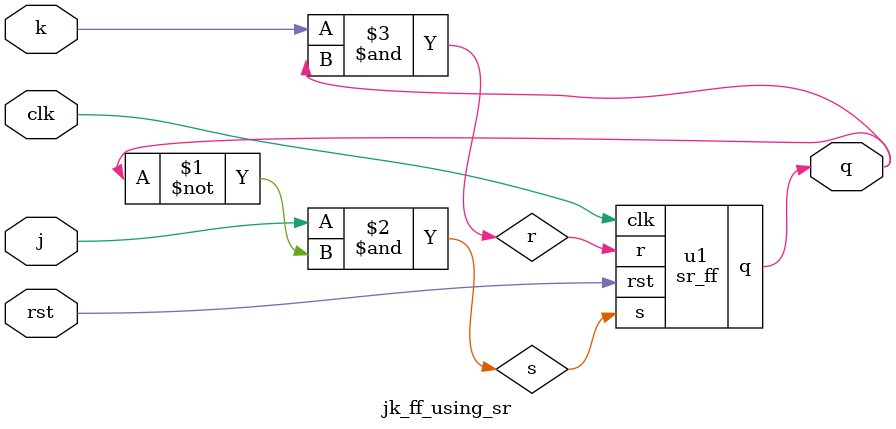
<source format=v>
module sr_ff (
    input  wire clk,
    input  wire rst,
    input  wire s,
    input  wire r,
    output reg  q
);
    always @(posedge clk or posedge rst) begin
        if (rst)
            q <= 1'b0;
        else begin
            case ({s, r})
                2'b10: q <= 1'b1;   // Set
                2'b01: q <= 1'b0;   // Reset
                2'b00: q <= q;      // Hold
                2'b11: q <= q;      // Invalid for SR, avoided in JK logic
            endcase
        end
    end
endmodule


module jk_ff_using_sr (
    input  wire clk,
    input  wire rst,
    input  wire j,
    input  wire k,
    output wire q
);
    wire s, r;

    assign s = j & ~q;
    assign r = k &  q;

    sr_ff u1 (
        .clk(clk),
        .rst(rst),
        .s(s),
        .r(r),
        .q(q)
    );
endmodule


</source>
